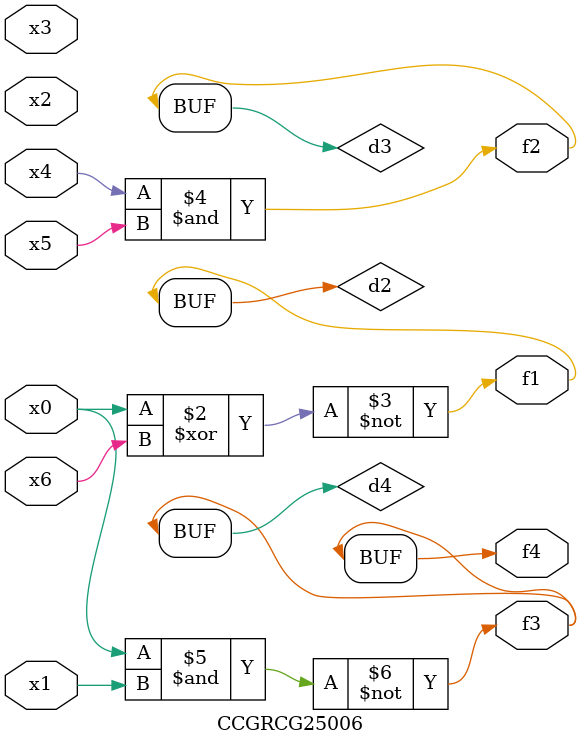
<source format=v>
module CCGRCG25006(
	input x0, x1, x2, x3, x4, x5, x6,
	output f1, f2, f3, f4
);

	wire d1, d2, d3, d4;

	nor (d1, x0);
	xnor (d2, x0, x6);
	and (d3, x4, x5);
	nand (d4, x0, x1);
	assign f1 = d2;
	assign f2 = d3;
	assign f3 = d4;
	assign f4 = d4;
endmodule

</source>
